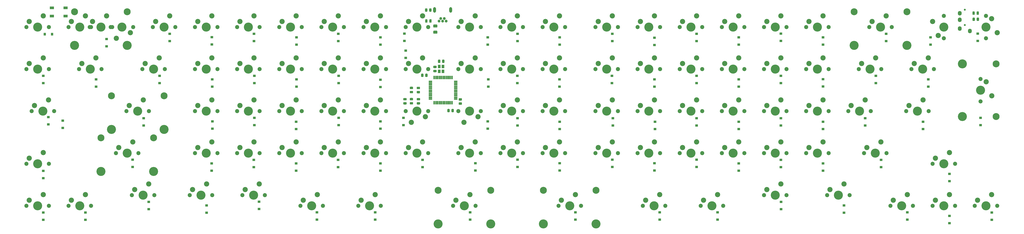
<source format=gbr>
%TF.GenerationSoftware,KiCad,Pcbnew,(5.1.6)-1*%
%TF.CreationDate,2020-07-09T10:41:52-04:00*%
%TF.ProjectId,railroad-keyboard-pcb-only,7261696c-726f-4616-942d-6b6579626f61,rev?*%
%TF.SameCoordinates,Original*%
%TF.FileFunction,Soldermask,Bot*%
%TF.FilePolarity,Negative*%
%FSLAX46Y46*%
G04 Gerber Fmt 4.6, Leading zero omitted, Abs format (unit mm)*
G04 Created by KiCad (PCBNEW (5.1.6)-1) date 2020-07-09 10:41:52*
%MOMM*%
%LPD*%
G01*
G04 APERTURE LIST*
%ADD10C,2.350000*%
%ADD11C,4.087800*%
%ADD12C,1.850000*%
%ADD13C,3.148000*%
%ADD14R,1.300000X1.000000*%
%ADD15O,1.700000X2.100000*%
%ADD16C,0.900000*%
%ADD17C,1.300000*%
%ADD18O,1.308000X2.516000*%
%ADD19R,1.900000X1.200000*%
%ADD20R,1.300000X1.500000*%
%ADD21R,0.650000X1.600000*%
%ADD22R,1.600000X0.650000*%
%ADD23R,1.000000X1.300000*%
G04 APERTURE END LIST*
D10*
%TO.C,MX9*%
X393065000Y-242570000D03*
D11*
X390525000Y-247650000D03*
D10*
X386715000Y-245110000D03*
D12*
X385445000Y-247650000D03*
X395605000Y-247650000D03*
D13*
X378618750Y-240665000D03*
X402431250Y-240665000D03*
D11*
X378618750Y-255905000D03*
X402431250Y-255905000D03*
%TD*%
D10*
%TO.C,MX500_alt2*%
X31115000Y-242570000D03*
D11*
X28575000Y-247650000D03*
D10*
X24765000Y-245110000D03*
D12*
X23495000Y-247650000D03*
X33655000Y-247650000D03*
%TD*%
D10*
%TO.C,MX100_alt1*%
X45085000Y-252730000D03*
D11*
X47625000Y-247650000D03*
D10*
X51435000Y-250190000D03*
D12*
X52705000Y-247650000D03*
X42545000Y-247650000D03*
%TD*%
D14*
%TO.C,D500*%
X20859750Y-290069000D03*
X20859750Y-293369000D03*
%TD*%
D15*
%TO.C,U2*%
X426325000Y-244328000D03*
D16*
X428625000Y-239728000D03*
X428625000Y-246728000D03*
D15*
X426325000Y-241328000D03*
X426325000Y-248328000D03*
X430925000Y-249428000D03*
%TD*%
D10*
%TO.C,MX104*%
X207327500Y-242570000D03*
D11*
X204787500Y-247650000D03*
D10*
X200977500Y-245110000D03*
D12*
X199707500Y-247650000D03*
X209867500Y-247650000D03*
%TD*%
D10*
%TO.C,MX100*%
X40640000Y-242570000D03*
D11*
X38100000Y-247650000D03*
D10*
X34290000Y-245110000D03*
D12*
X33020000Y-247650000D03*
X43180000Y-247650000D03*
D13*
X26193750Y-240665000D03*
X50006250Y-240665000D03*
D11*
X26193750Y-255905000D03*
X50006250Y-255905000D03*
%TD*%
%TO.C,R8*%
G36*
G01*
X433178000Y-243612750D02*
X433178000Y-244575250D01*
G75*
G02*
X432909250Y-244844000I-268750J0D01*
G01*
X432371750Y-244844000D01*
G75*
G02*
X432103000Y-244575250I0J268750D01*
G01*
X432103000Y-243612750D01*
G75*
G02*
X432371750Y-243344000I268750J0D01*
G01*
X432909250Y-243344000D01*
G75*
G02*
X433178000Y-243612750I0J-268750D01*
G01*
G37*
G36*
G01*
X435053000Y-243612750D02*
X435053000Y-244575250D01*
G75*
G02*
X434784250Y-244844000I-268750J0D01*
G01*
X434246750Y-244844000D01*
G75*
G02*
X433978000Y-244575250I0J268750D01*
G01*
X433978000Y-243612750D01*
G75*
G02*
X434246750Y-243344000I268750J0D01*
G01*
X434784250Y-243344000D01*
G75*
G02*
X435053000Y-243612750I0J-268750D01*
G01*
G37*
%TD*%
%TO.C,R7*%
G36*
G01*
X433129500Y-240818750D02*
X433129500Y-241781250D01*
G75*
G02*
X432860750Y-242050000I-268750J0D01*
G01*
X432323250Y-242050000D01*
G75*
G02*
X432054500Y-241781250I0J268750D01*
G01*
X432054500Y-240818750D01*
G75*
G02*
X432323250Y-240550000I268750J0D01*
G01*
X432860750Y-240550000D01*
G75*
G02*
X433129500Y-240818750I0J-268750D01*
G01*
G37*
G36*
G01*
X435004500Y-240818750D02*
X435004500Y-241781250D01*
G75*
G02*
X434735750Y-242050000I-268750J0D01*
G01*
X434198250Y-242050000D01*
G75*
G02*
X433929500Y-241781250I0J268750D01*
G01*
X433929500Y-240818750D01*
G75*
G02*
X434198250Y-240550000I268750J0D01*
G01*
X434735750Y-240550000D01*
G75*
G02*
X435004500Y-240818750I0J-268750D01*
G01*
G37*
%TD*%
%TO.C,R6*%
G36*
G01*
X195768250Y-285014750D02*
X195768250Y-285977250D01*
G75*
G02*
X195499500Y-286246000I-268750J0D01*
G01*
X194962000Y-286246000D01*
G75*
G02*
X194693250Y-285977250I0J268750D01*
G01*
X194693250Y-285014750D01*
G75*
G02*
X194962000Y-284746000I268750J0D01*
G01*
X195499500Y-284746000D01*
G75*
G02*
X195768250Y-285014750I0J-268750D01*
G01*
G37*
G36*
G01*
X197643250Y-285014750D02*
X197643250Y-285977250D01*
G75*
G02*
X197374500Y-286246000I-268750J0D01*
G01*
X196837000Y-286246000D01*
G75*
G02*
X196568250Y-285977250I0J268750D01*
G01*
X196568250Y-285014750D01*
G75*
G02*
X196837000Y-284746000I268750J0D01*
G01*
X197374500Y-284746000D01*
G75*
G02*
X197643250Y-285014750I0J-268750D01*
G01*
G37*
%TD*%
%TO.C,R5*%
G36*
G01*
X185735250Y-244374750D02*
X185735250Y-245337250D01*
G75*
G02*
X185466500Y-245606000I-268750J0D01*
G01*
X184929000Y-245606000D01*
G75*
G02*
X184660250Y-245337250I0J268750D01*
G01*
X184660250Y-244374750D01*
G75*
G02*
X184929000Y-244106000I268750J0D01*
G01*
X185466500Y-244106000D01*
G75*
G02*
X185735250Y-244374750I0J-268750D01*
G01*
G37*
G36*
G01*
X187610250Y-244374750D02*
X187610250Y-245337250D01*
G75*
G02*
X187341500Y-245606000I-268750J0D01*
G01*
X186804000Y-245606000D01*
G75*
G02*
X186535250Y-245337250I0J268750D01*
G01*
X186535250Y-244374750D01*
G75*
G02*
X186804000Y-244106000I268750J0D01*
G01*
X187341500Y-244106000D01*
G75*
G02*
X187610250Y-244374750I0J-268750D01*
G01*
G37*
%TD*%
D10*
%TO.C,MX508*%
X364490000Y-280670000D03*
D11*
X361950000Y-285750000D03*
D10*
X358140000Y-283210000D03*
D12*
X356870000Y-285750000D03*
X367030000Y-285750000D03*
%TD*%
D17*
%TO.C,J1*%
X190932000Y-244913000D03*
X192532000Y-244913000D03*
X194132000Y-244913000D03*
X191732000Y-243713000D03*
X193332000Y-243713000D03*
D18*
X196182000Y-239863000D03*
X188882000Y-239863000D03*
%TD*%
%TO.C,C8*%
G36*
G01*
X186486750Y-240384250D02*
X186486750Y-239421750D01*
G75*
G02*
X186755500Y-239153000I268750J0D01*
G01*
X187293000Y-239153000D01*
G75*
G02*
X187561750Y-239421750I0J-268750D01*
G01*
X187561750Y-240384250D01*
G75*
G02*
X187293000Y-240653000I-268750J0D01*
G01*
X186755500Y-240653000D01*
G75*
G02*
X186486750Y-240384250I0J268750D01*
G01*
G37*
G36*
G01*
X184611750Y-240384250D02*
X184611750Y-239421750D01*
G75*
G02*
X184880500Y-239153000I268750J0D01*
G01*
X185418000Y-239153000D01*
G75*
G02*
X185686750Y-239421750I0J-268750D01*
G01*
X185686750Y-240384250D01*
G75*
G02*
X185418000Y-240653000I-268750J0D01*
G01*
X184880500Y-240653000D01*
G75*
G02*
X184611750Y-240384250I0J268750D01*
G01*
G37*
%TD*%
%TO.C,C7*%
G36*
G01*
X176027000Y-280856500D02*
X175064500Y-280856500D01*
G75*
G02*
X174795750Y-280587750I0J268750D01*
G01*
X174795750Y-280050250D01*
G75*
G02*
X175064500Y-279781500I268750J0D01*
G01*
X176027000Y-279781500D01*
G75*
G02*
X176295750Y-280050250I0J-268750D01*
G01*
X176295750Y-280587750D01*
G75*
G02*
X176027000Y-280856500I-268750J0D01*
G01*
G37*
G36*
G01*
X176027000Y-282731500D02*
X175064500Y-282731500D01*
G75*
G02*
X174795750Y-282462750I0J268750D01*
G01*
X174795750Y-281925250D01*
G75*
G02*
X175064500Y-281656500I268750J0D01*
G01*
X176027000Y-281656500D01*
G75*
G02*
X176295750Y-281925250I0J-268750D01*
G01*
X176295750Y-282462750D01*
G75*
G02*
X176027000Y-282731500I-268750J0D01*
G01*
G37*
%TD*%
%TO.C,C6*%
G36*
G01*
X177985500Y-276546500D02*
X178948000Y-276546500D01*
G75*
G02*
X179216750Y-276815250I0J-268750D01*
G01*
X179216750Y-277352750D01*
G75*
G02*
X178948000Y-277621500I-268750J0D01*
G01*
X177985500Y-277621500D01*
G75*
G02*
X177716750Y-277352750I0J268750D01*
G01*
X177716750Y-276815250D01*
G75*
G02*
X177985500Y-276546500I268750J0D01*
G01*
G37*
G36*
G01*
X177985500Y-274671500D02*
X178948000Y-274671500D01*
G75*
G02*
X179216750Y-274940250I0J-268750D01*
G01*
X179216750Y-275477750D01*
G75*
G02*
X178948000Y-275746500I-268750J0D01*
G01*
X177985500Y-275746500D01*
G75*
G02*
X177716750Y-275477750I0J268750D01*
G01*
X177716750Y-274940250D01*
G75*
G02*
X177985500Y-274671500I268750J0D01*
G01*
G37*
%TD*%
%TO.C,C5*%
G36*
G01*
X182123000Y-280856500D02*
X181160500Y-280856500D01*
G75*
G02*
X180891750Y-280587750I0J268750D01*
G01*
X180891750Y-280050250D01*
G75*
G02*
X181160500Y-279781500I268750J0D01*
G01*
X182123000Y-279781500D01*
G75*
G02*
X182391750Y-280050250I0J-268750D01*
G01*
X182391750Y-280587750D01*
G75*
G02*
X182123000Y-280856500I-268750J0D01*
G01*
G37*
G36*
G01*
X182123000Y-282731500D02*
X181160500Y-282731500D01*
G75*
G02*
X180891750Y-282462750I0J268750D01*
G01*
X180891750Y-281925250D01*
G75*
G02*
X181160500Y-281656500I268750J0D01*
G01*
X182123000Y-281656500D01*
G75*
G02*
X182391750Y-281925250I0J-268750D01*
G01*
X182391750Y-282462750D01*
G75*
G02*
X182123000Y-282731500I-268750J0D01*
G01*
G37*
%TD*%
%TO.C,C4*%
G36*
G01*
X178948000Y-280826500D02*
X177985500Y-280826500D01*
G75*
G02*
X177716750Y-280557750I0J268750D01*
G01*
X177716750Y-280020250D01*
G75*
G02*
X177985500Y-279751500I268750J0D01*
G01*
X178948000Y-279751500D01*
G75*
G02*
X179216750Y-280020250I0J-268750D01*
G01*
X179216750Y-280557750D01*
G75*
G02*
X178948000Y-280826500I-268750J0D01*
G01*
G37*
G36*
G01*
X178948000Y-282701500D02*
X177985500Y-282701500D01*
G75*
G02*
X177716750Y-282432750I0J268750D01*
G01*
X177716750Y-281895250D01*
G75*
G02*
X177985500Y-281626500I268750J0D01*
G01*
X178948000Y-281626500D01*
G75*
G02*
X179216750Y-281895250I0J-268750D01*
G01*
X179216750Y-282432750D01*
G75*
G02*
X178948000Y-282701500I-268750J0D01*
G01*
G37*
%TD*%
%TO.C,C3*%
G36*
G01*
X181128750Y-276576500D02*
X182091250Y-276576500D01*
G75*
G02*
X182360000Y-276845250I0J-268750D01*
G01*
X182360000Y-277382750D01*
G75*
G02*
X182091250Y-277651500I-268750J0D01*
G01*
X181128750Y-277651500D01*
G75*
G02*
X180860000Y-277382750I0J268750D01*
G01*
X180860000Y-276845250D01*
G75*
G02*
X181128750Y-276576500I268750J0D01*
G01*
G37*
G36*
G01*
X181128750Y-274701500D02*
X182091250Y-274701500D01*
G75*
G02*
X182360000Y-274970250I0J-268750D01*
G01*
X182360000Y-275507750D01*
G75*
G02*
X182091250Y-275776500I-268750J0D01*
G01*
X181128750Y-275776500D01*
G75*
G02*
X180860000Y-275507750I0J268750D01*
G01*
X180860000Y-274970250D01*
G75*
G02*
X181128750Y-274701500I268750J0D01*
G01*
G37*
%TD*%
%TO.C,C2*%
G36*
G01*
X189584250Y-266221500D02*
X188621750Y-266221500D01*
G75*
G02*
X188353000Y-265952750I0J268750D01*
G01*
X188353000Y-265415250D01*
G75*
G02*
X188621750Y-265146500I268750J0D01*
G01*
X189584250Y-265146500D01*
G75*
G02*
X189853000Y-265415250I0J-268750D01*
G01*
X189853000Y-265952750D01*
G75*
G02*
X189584250Y-266221500I-268750J0D01*
G01*
G37*
G36*
G01*
X189584250Y-268096500D02*
X188621750Y-268096500D01*
G75*
G02*
X188353000Y-267827750I0J268750D01*
G01*
X188353000Y-267290250D01*
G75*
G02*
X188621750Y-267021500I268750J0D01*
G01*
X189584250Y-267021500D01*
G75*
G02*
X189853000Y-267290250I0J-268750D01*
G01*
X189853000Y-267827750D01*
G75*
G02*
X189584250Y-268096500I-268750J0D01*
G01*
G37*
%TD*%
%TO.C,C1*%
G36*
G01*
X191545500Y-262662750D02*
X191545500Y-263625250D01*
G75*
G02*
X191276750Y-263894000I-268750J0D01*
G01*
X190739250Y-263894000D01*
G75*
G02*
X190470500Y-263625250I0J268750D01*
G01*
X190470500Y-262662750D01*
G75*
G02*
X190739250Y-262394000I268750J0D01*
G01*
X191276750Y-262394000D01*
G75*
G02*
X191545500Y-262662750I0J-268750D01*
G01*
G37*
G36*
G01*
X193420500Y-262662750D02*
X193420500Y-263625250D01*
G75*
G02*
X193151750Y-263894000I-268750J0D01*
G01*
X192614250Y-263894000D01*
G75*
G02*
X192345500Y-263625250I0J268750D01*
G01*
X192345500Y-262662750D01*
G75*
G02*
X192614250Y-262394000I268750J0D01*
G01*
X193151750Y-262394000D01*
G75*
G02*
X193420500Y-262662750I0J-268750D01*
G01*
G37*
%TD*%
D11*
%TO.C,MX410*%
X427513750Y-264287000D03*
X427513750Y-288163000D03*
D13*
X442753750Y-264287000D03*
X442753750Y-288163000D03*
D12*
X435768750Y-281305000D03*
X435768750Y-271145000D03*
D10*
X438308750Y-272415000D03*
D11*
X435768750Y-276225000D03*
D10*
X440848750Y-278765000D03*
%TD*%
%TO.C,MX305*%
X245427500Y-261620000D03*
D11*
X242887500Y-266700000D03*
D10*
X239077500Y-264160000D03*
D12*
X237807500Y-266700000D03*
X247967500Y-266700000D03*
%TD*%
D10*
%TO.C,MX306*%
X288290000Y-261620000D03*
D11*
X285750000Y-266700000D03*
D10*
X281940000Y-264160000D03*
D12*
X280670000Y-266700000D03*
X290830000Y-266700000D03*
%TD*%
D10*
%TO.C,MX808*%
X345440000Y-318770000D03*
D11*
X342900000Y-323850000D03*
D10*
X339090000Y-321310000D03*
D12*
X337820000Y-323850000D03*
X347980000Y-323850000D03*
%TD*%
D10*
%TO.C,MX102*%
X126365000Y-242570000D03*
D11*
X123825000Y-247650000D03*
D10*
X120015000Y-245110000D03*
D12*
X118745000Y-247650000D03*
X128905000Y-247650000D03*
%TD*%
D10*
%TO.C,MX801*%
X59690000Y-318770000D03*
D11*
X57150000Y-323850000D03*
D10*
X53340000Y-321310000D03*
D12*
X52070000Y-323850000D03*
X62230000Y-323850000D03*
%TD*%
D10*
%TO.C,MX601*%
X52546250Y-299720000D03*
D11*
X50006250Y-304800000D03*
D10*
X46196250Y-302260000D03*
D12*
X44926250Y-304800000D03*
X55086250Y-304800000D03*
D13*
X38100000Y-297815000D03*
X61912500Y-297815000D03*
D11*
X38100000Y-313055000D03*
X61912500Y-313055000D03*
%TD*%
D10*
%TO.C,MX904*%
X204946250Y-323532500D03*
D11*
X202406250Y-328612500D03*
D10*
X198596250Y-326072500D03*
D12*
X197326250Y-328612500D03*
X207486250Y-328612500D03*
D13*
X190500000Y-321627500D03*
X214312500Y-321627500D03*
D11*
X190500000Y-336867500D03*
X214312500Y-336867500D03*
%TD*%
D10*
%TO.C,MX906*%
X290671250Y-323532500D03*
D11*
X288131250Y-328612500D03*
D10*
X284321250Y-326072500D03*
D12*
X283051250Y-328612500D03*
X293211250Y-328612500D03*
%TD*%
D10*
%TO.C,MX903*%
X162083750Y-323532500D03*
D11*
X159543750Y-328612500D03*
D10*
X155733750Y-326072500D03*
D12*
X154463750Y-328612500D03*
X164623750Y-328612500D03*
%TD*%
D10*
%TO.C,MX609*%
X390683750Y-299720000D03*
D11*
X388143750Y-304800000D03*
D10*
X384333750Y-302260000D03*
D12*
X383063750Y-304800000D03*
X393223750Y-304800000D03*
%TD*%
D10*
%TO.C,MX509*%
X409733750Y-280670000D03*
D11*
X407193750Y-285750000D03*
D10*
X403383750Y-283210000D03*
D12*
X402113750Y-285750000D03*
X412273750Y-285750000D03*
%TD*%
D10*
%TO.C,MX400*%
X14446250Y-280670000D03*
D11*
X11906250Y-285750000D03*
D10*
X8096250Y-283210000D03*
D12*
X6826250Y-285750000D03*
X16986250Y-285750000D03*
%TD*%
D10*
%TO.C,MX901*%
X85883750Y-318770000D03*
D11*
X83343750Y-323850000D03*
D10*
X79533750Y-321310000D03*
D12*
X78263750Y-323850000D03*
X88423750Y-323850000D03*
%TD*%
D10*
%TO.C,MX802*%
X109696250Y-318770000D03*
D11*
X107156250Y-323850000D03*
D10*
X103346250Y-321310000D03*
D12*
X102076250Y-323850000D03*
X112236250Y-323850000D03*
%TD*%
D10*
%TO.C,MX908*%
X374015000Y-318770000D03*
D11*
X371475000Y-323850000D03*
D10*
X367665000Y-321310000D03*
D12*
X366395000Y-323850000D03*
X376555000Y-323850000D03*
%TD*%
D10*
%TO.C,MX300*%
X35877500Y-261620000D03*
D11*
X33337500Y-266700000D03*
D10*
X29527500Y-264160000D03*
D12*
X28257500Y-266700000D03*
X38417500Y-266700000D03*
%TD*%
D10*
%TO.C,MX209*%
X388302500Y-261620000D03*
D11*
X385762500Y-266700000D03*
D10*
X381952500Y-264160000D03*
D12*
X380682500Y-266700000D03*
X390842500Y-266700000D03*
%TD*%
D10*
%TO.C,MX201*%
X64452500Y-261620000D03*
D11*
X61912500Y-266700000D03*
D10*
X58102500Y-264160000D03*
D12*
X56832500Y-266700000D03*
X66992500Y-266700000D03*
%TD*%
D10*
%TO.C,MX905*%
X252571250Y-323532500D03*
D11*
X250031250Y-328612500D03*
D10*
X246221250Y-326072500D03*
D12*
X244951250Y-328612500D03*
X255111250Y-328612500D03*
D13*
X238125000Y-321627500D03*
X261937500Y-321627500D03*
D11*
X238125000Y-336867500D03*
X261937500Y-336867500D03*
%TD*%
D10*
%TO.C,MX401*%
X57308750Y-280670000D03*
D11*
X54768750Y-285750000D03*
D10*
X50958750Y-283210000D03*
D12*
X49688750Y-285750000D03*
X59848750Y-285750000D03*
D13*
X42862500Y-278765000D03*
X66675000Y-278765000D03*
D11*
X42862500Y-294005000D03*
X66675000Y-294005000D03*
%TD*%
D10*
%TO.C,MX602*%
X107315000Y-299720000D03*
D11*
X104775000Y-304800000D03*
D10*
X100965000Y-302260000D03*
D12*
X99695000Y-304800000D03*
X109855000Y-304800000D03*
%TD*%
D10*
%TO.C,MX702*%
X126365000Y-299720000D03*
D11*
X123825000Y-304800000D03*
D10*
X120015000Y-302260000D03*
D12*
X118745000Y-304800000D03*
X128905000Y-304800000D03*
%TD*%
D10*
%TO.C,MX502*%
X126365000Y-280670000D03*
D11*
X123825000Y-285750000D03*
D10*
X120015000Y-283210000D03*
D12*
X118745000Y-285750000D03*
X128905000Y-285750000D03*
%TD*%
D10*
%TO.C,MX909*%
X421640000Y-323532500D03*
D11*
X419100000Y-328612500D03*
D10*
X415290000Y-326072500D03*
D12*
X414020000Y-328612500D03*
X424180000Y-328612500D03*
%TD*%
D10*
%TO.C,MX907*%
X316865000Y-323532500D03*
D11*
X314325000Y-328612500D03*
D10*
X310515000Y-326072500D03*
D12*
X309245000Y-328612500D03*
X319405000Y-328612500D03*
%TD*%
D10*
%TO.C,MX902*%
X135890000Y-323532500D03*
D11*
X133350000Y-328612500D03*
D10*
X129540000Y-326072500D03*
D12*
X128270000Y-328612500D03*
X138430000Y-328612500D03*
%TD*%
D10*
%TO.C,MX900*%
X31115000Y-323532500D03*
D11*
X28575000Y-328612500D03*
D10*
X24765000Y-326072500D03*
D12*
X23495000Y-328612500D03*
X33655000Y-328612500D03*
%TD*%
D10*
%TO.C,MX810*%
X440690000Y-323532500D03*
D11*
X438150000Y-328612500D03*
D10*
X434340000Y-326072500D03*
D12*
X433070000Y-328612500D03*
X443230000Y-328612500D03*
%TD*%
D10*
%TO.C,MX809*%
X402590000Y-323532500D03*
D11*
X400050000Y-328612500D03*
D10*
X396240000Y-326072500D03*
D12*
X394970000Y-328612500D03*
X405130000Y-328612500D03*
%TD*%
D10*
%TO.C,MX800*%
X12065000Y-323532500D03*
D11*
X9525000Y-328612500D03*
D10*
X5715000Y-326072500D03*
D12*
X4445000Y-328612500D03*
X14605000Y-328612500D03*
%TD*%
D10*
%TO.C,MX709*%
X421640000Y-304482500D03*
D11*
X419100000Y-309562500D03*
D10*
X415290000Y-307022500D03*
D12*
X414020000Y-309562500D03*
X424180000Y-309562500D03*
%TD*%
D10*
%TO.C,MX708*%
X364490000Y-299720000D03*
D11*
X361950000Y-304800000D03*
D10*
X358140000Y-302260000D03*
D12*
X356870000Y-304800000D03*
X367030000Y-304800000D03*
%TD*%
D10*
%TO.C,MX707*%
X326390000Y-299720000D03*
D11*
X323850000Y-304800000D03*
D10*
X320040000Y-302260000D03*
D12*
X318770000Y-304800000D03*
X328930000Y-304800000D03*
%TD*%
D10*
%TO.C,MX706*%
X288290000Y-299720000D03*
D11*
X285750000Y-304800000D03*
D10*
X281940000Y-302260000D03*
D12*
X280670000Y-304800000D03*
X290830000Y-304800000D03*
%TD*%
D10*
%TO.C,MX705*%
X245427500Y-299720000D03*
D11*
X242887500Y-304800000D03*
D10*
X239077500Y-302260000D03*
D12*
X237807500Y-304800000D03*
X247967500Y-304800000D03*
%TD*%
D10*
%TO.C,MX704*%
X207327500Y-299720000D03*
D11*
X204787500Y-304800000D03*
D10*
X200977500Y-302260000D03*
D12*
X199707500Y-304800000D03*
X209867500Y-304800000D03*
%TD*%
D10*
%TO.C,MX703*%
X164465000Y-299720000D03*
D11*
X161925000Y-304800000D03*
D10*
X158115000Y-302260000D03*
D12*
X156845000Y-304800000D03*
X167005000Y-304800000D03*
%TD*%
D10*
%TO.C,MX701*%
X88265000Y-299720000D03*
D11*
X85725000Y-304800000D03*
D10*
X81915000Y-302260000D03*
D12*
X80645000Y-304800000D03*
X90805000Y-304800000D03*
%TD*%
D10*
%TO.C,MX608*%
X345440000Y-299720000D03*
D11*
X342900000Y-304800000D03*
D10*
X339090000Y-302260000D03*
D12*
X337820000Y-304800000D03*
X347980000Y-304800000D03*
%TD*%
D10*
%TO.C,MX607*%
X307340000Y-299720000D03*
D11*
X304800000Y-304800000D03*
D10*
X300990000Y-302260000D03*
D12*
X299720000Y-304800000D03*
X309880000Y-304800000D03*
%TD*%
D10*
%TO.C,MX606*%
X269240000Y-299720000D03*
D11*
X266700000Y-304800000D03*
D10*
X262890000Y-302260000D03*
D12*
X261620000Y-304800000D03*
X271780000Y-304800000D03*
%TD*%
D10*
%TO.C,MX605*%
X226377500Y-299720000D03*
D11*
X223837500Y-304800000D03*
D10*
X220027500Y-302260000D03*
D12*
X218757500Y-304800000D03*
X228917500Y-304800000D03*
%TD*%
D10*
%TO.C,MX604*%
X183515000Y-299720000D03*
D11*
X180975000Y-304800000D03*
D10*
X177165000Y-302260000D03*
D12*
X175895000Y-304800000D03*
X186055000Y-304800000D03*
%TD*%
D10*
%TO.C,MX603*%
X145415000Y-299720000D03*
D11*
X142875000Y-304800000D03*
D10*
X139065000Y-302260000D03*
D12*
X137795000Y-304800000D03*
X147955000Y-304800000D03*
%TD*%
D10*
%TO.C,MX600*%
X12065000Y-304482500D03*
D11*
X9525000Y-309562500D03*
D10*
X5715000Y-307022500D03*
D12*
X4445000Y-309562500D03*
X14605000Y-309562500D03*
%TD*%
D10*
%TO.C,MX507*%
X326390000Y-280670000D03*
D11*
X323850000Y-285750000D03*
D10*
X320040000Y-283210000D03*
D12*
X318770000Y-285750000D03*
X328930000Y-285750000D03*
%TD*%
D10*
%TO.C,MX506*%
X288290000Y-280670000D03*
D11*
X285750000Y-285750000D03*
D10*
X281940000Y-283210000D03*
D12*
X280670000Y-285750000D03*
X290830000Y-285750000D03*
%TD*%
D10*
%TO.C,MX505*%
X245427500Y-280670000D03*
D11*
X242887500Y-285750000D03*
D10*
X239077500Y-283210000D03*
D12*
X237807500Y-285750000D03*
X247967500Y-285750000D03*
%TD*%
D10*
%TO.C,MX504*%
X202247500Y-290830000D03*
D11*
X204787500Y-285750000D03*
D10*
X208597500Y-288290000D03*
D12*
X209867500Y-285750000D03*
X199707500Y-285750000D03*
%TD*%
D10*
%TO.C,MX503*%
X164465000Y-280670000D03*
D11*
X161925000Y-285750000D03*
D10*
X158115000Y-283210000D03*
D12*
X156845000Y-285750000D03*
X167005000Y-285750000D03*
%TD*%
D10*
%TO.C,MX501*%
X88265000Y-280670000D03*
D11*
X85725000Y-285750000D03*
D10*
X81915000Y-283210000D03*
D12*
X80645000Y-285750000D03*
X90805000Y-285750000D03*
%TD*%
D10*
%TO.C,MX409*%
X383540000Y-280670000D03*
D11*
X381000000Y-285750000D03*
D10*
X377190000Y-283210000D03*
D12*
X375920000Y-285750000D03*
X386080000Y-285750000D03*
%TD*%
D10*
%TO.C,MX408*%
X345440000Y-280670000D03*
D11*
X342900000Y-285750000D03*
D10*
X339090000Y-283210000D03*
D12*
X337820000Y-285750000D03*
X347980000Y-285750000D03*
%TD*%
D10*
%TO.C,MX407*%
X307340000Y-280670000D03*
D11*
X304800000Y-285750000D03*
D10*
X300990000Y-283210000D03*
D12*
X299720000Y-285750000D03*
X309880000Y-285750000D03*
%TD*%
D10*
%TO.C,MX406*%
X269240000Y-280670000D03*
D11*
X266700000Y-285750000D03*
D10*
X262890000Y-283210000D03*
D12*
X261620000Y-285750000D03*
X271780000Y-285750000D03*
%TD*%
D10*
%TO.C,MX405*%
X226377500Y-280670000D03*
D11*
X223837500Y-285750000D03*
D10*
X220027500Y-283210000D03*
D12*
X218757500Y-285750000D03*
X228917500Y-285750000D03*
%TD*%
D10*
%TO.C,MX404*%
X178435000Y-290830000D03*
D11*
X180975000Y-285750000D03*
D10*
X184785000Y-288290000D03*
D12*
X186055000Y-285750000D03*
X175895000Y-285750000D03*
%TD*%
D10*
%TO.C,MX403*%
X145415000Y-280670000D03*
D11*
X142875000Y-285750000D03*
D10*
X139065000Y-283210000D03*
D12*
X137795000Y-285750000D03*
X147955000Y-285750000D03*
%TD*%
D10*
%TO.C,MX402*%
X107315000Y-280670000D03*
D11*
X104775000Y-285750000D03*
D10*
X100965000Y-283210000D03*
D12*
X99695000Y-285750000D03*
X109855000Y-285750000D03*
%TD*%
D10*
%TO.C,MX309*%
X412115000Y-261620000D03*
D11*
X409575000Y-266700000D03*
D10*
X405765000Y-264160000D03*
D12*
X404495000Y-266700000D03*
X414655000Y-266700000D03*
%TD*%
D10*
%TO.C,MX307*%
X326390000Y-261620000D03*
D11*
X323850000Y-266700000D03*
D10*
X320040000Y-264160000D03*
D12*
X318770000Y-266700000D03*
X328930000Y-266700000D03*
%TD*%
D10*
%TO.C,MX304*%
X207327500Y-261620000D03*
D11*
X204787500Y-266700000D03*
D10*
X200977500Y-264160000D03*
D12*
X199707500Y-266700000D03*
X209867500Y-266700000D03*
%TD*%
D10*
%TO.C,MX303*%
X164465000Y-261620000D03*
D11*
X161925000Y-266700000D03*
D10*
X158115000Y-264160000D03*
D12*
X156845000Y-266700000D03*
X167005000Y-266700000D03*
%TD*%
D10*
%TO.C,MX302*%
X126365000Y-261620000D03*
D11*
X123825000Y-266700000D03*
D10*
X120015000Y-264160000D03*
D12*
X118745000Y-266700000D03*
X128905000Y-266700000D03*
%TD*%
D10*
%TO.C,MX301*%
X88265000Y-261620000D03*
D11*
X85725000Y-266700000D03*
D10*
X81915000Y-264160000D03*
D12*
X80645000Y-266700000D03*
X90805000Y-266700000D03*
%TD*%
D10*
%TO.C,MX208*%
X345440000Y-261620000D03*
D11*
X342900000Y-266700000D03*
D10*
X339090000Y-264160000D03*
D12*
X337820000Y-266700000D03*
X347980000Y-266700000D03*
%TD*%
D10*
%TO.C,MX207*%
X307340000Y-261620000D03*
D11*
X304800000Y-266700000D03*
D10*
X300990000Y-264160000D03*
D12*
X299720000Y-266700000D03*
X309880000Y-266700000D03*
%TD*%
D10*
%TO.C,MX206*%
X269240000Y-261620000D03*
D11*
X266700000Y-266700000D03*
D10*
X262890000Y-264160000D03*
D12*
X261620000Y-266700000D03*
X271780000Y-266700000D03*
%TD*%
D10*
%TO.C,MX205*%
X226377500Y-261620000D03*
D11*
X223837500Y-266700000D03*
D10*
X220027500Y-264160000D03*
D12*
X218757500Y-266700000D03*
X228917500Y-266700000D03*
%TD*%
D10*
%TO.C,MX204*%
X183515000Y-261620000D03*
D11*
X180975000Y-266700000D03*
D10*
X177165000Y-264160000D03*
D12*
X175895000Y-266700000D03*
X186055000Y-266700000D03*
%TD*%
D10*
%TO.C,MX203*%
X145415000Y-261620000D03*
D11*
X142875000Y-266700000D03*
D10*
X139065000Y-264160000D03*
D12*
X137795000Y-266700000D03*
X147955000Y-266700000D03*
%TD*%
D10*
%TO.C,MX202*%
X107315000Y-261620000D03*
D11*
X104775000Y-266700000D03*
D10*
X100965000Y-264160000D03*
D12*
X99695000Y-266700000D03*
X109855000Y-266700000D03*
%TD*%
D10*
%TO.C,MX200*%
X12065000Y-261620000D03*
D11*
X9525000Y-266700000D03*
D10*
X5715000Y-264160000D03*
D12*
X4445000Y-266700000D03*
X14605000Y-266700000D03*
%TD*%
D10*
%TO.C,MX109*%
X414020000Y-245110000D03*
D11*
X419100000Y-247650000D03*
D10*
X416560000Y-251460000D03*
D12*
X419100000Y-252730000D03*
X419100000Y-242570000D03*
%TD*%
D10*
%TO.C,MX108*%
X364490000Y-242570000D03*
D11*
X361950000Y-247650000D03*
D10*
X358140000Y-245110000D03*
D12*
X356870000Y-247650000D03*
X367030000Y-247650000D03*
%TD*%
D10*
%TO.C,MX107*%
X326390000Y-242570000D03*
D11*
X323850000Y-247650000D03*
D10*
X320040000Y-245110000D03*
D12*
X318770000Y-247650000D03*
X328930000Y-247650000D03*
%TD*%
D10*
%TO.C,MX106*%
X288290000Y-242570000D03*
D11*
X285750000Y-247650000D03*
D10*
X281940000Y-245110000D03*
D12*
X280670000Y-247650000D03*
X290830000Y-247650000D03*
%TD*%
D10*
%TO.C,MX105*%
X245427500Y-242570000D03*
D11*
X242887500Y-247650000D03*
D10*
X239077500Y-245110000D03*
D12*
X237807500Y-247650000D03*
X247967500Y-247650000D03*
%TD*%
D10*
%TO.C,MX103*%
X164465000Y-242570000D03*
D11*
X161925000Y-247650000D03*
D10*
X158115000Y-245110000D03*
D12*
X156845000Y-247650000D03*
X167005000Y-247650000D03*
%TD*%
D10*
%TO.C,MX101*%
X88265000Y-242570000D03*
D11*
X85725000Y-247650000D03*
D10*
X81915000Y-245110000D03*
D12*
X80645000Y-247650000D03*
X90805000Y-247650000D03*
%TD*%
D10*
%TO.C,MX10*%
X443230000Y-250190000D03*
D11*
X438150000Y-247650000D03*
D10*
X440690000Y-243840000D03*
D12*
X438150000Y-242570000D03*
X438150000Y-252730000D03*
%TD*%
D10*
%TO.C,MX8*%
X345440000Y-242570000D03*
D11*
X342900000Y-247650000D03*
D10*
X339090000Y-245110000D03*
D12*
X337820000Y-247650000D03*
X347980000Y-247650000D03*
%TD*%
D10*
%TO.C,MX7*%
X307340000Y-242570000D03*
D11*
X304800000Y-247650000D03*
D10*
X300990000Y-245110000D03*
D12*
X299720000Y-247650000D03*
X309880000Y-247650000D03*
%TD*%
D10*
%TO.C,MX6*%
X269240000Y-242570000D03*
D11*
X266700000Y-247650000D03*
D10*
X262890000Y-245110000D03*
D12*
X261620000Y-247650000D03*
X271780000Y-247650000D03*
%TD*%
D10*
%TO.C,MX5*%
X226377500Y-242570000D03*
D11*
X223837500Y-247650000D03*
D10*
X220027500Y-245110000D03*
D12*
X218757500Y-247650000D03*
X228917500Y-247650000D03*
%TD*%
D10*
%TO.C,MX4*%
X183515000Y-242570000D03*
D11*
X180975000Y-247650000D03*
D10*
X177165000Y-245110000D03*
D12*
X175895000Y-247650000D03*
X186055000Y-247650000D03*
%TD*%
D10*
%TO.C,MX3*%
X145415000Y-242570000D03*
D11*
X142875000Y-247650000D03*
D10*
X139065000Y-245110000D03*
D12*
X137795000Y-247650000D03*
X147955000Y-247650000D03*
%TD*%
D10*
%TO.C,MX2*%
X107315000Y-242570000D03*
D11*
X104775000Y-247650000D03*
D10*
X100965000Y-245110000D03*
D12*
X99695000Y-247650000D03*
X109855000Y-247650000D03*
%TD*%
D10*
%TO.C,MX1*%
X69215000Y-242570000D03*
D11*
X66675000Y-247650000D03*
D10*
X62865000Y-245110000D03*
D12*
X61595000Y-247650000D03*
X71755000Y-247650000D03*
%TD*%
D10*
%TO.C,MX0*%
X12065000Y-242570000D03*
D11*
X9525000Y-247650000D03*
D10*
X5715000Y-245110000D03*
D12*
X4445000Y-247650000D03*
X14605000Y-247650000D03*
%TD*%
D10*
%TO.C,MX308*%
X364490000Y-261620000D03*
D11*
X361950000Y-266700000D03*
D10*
X358140000Y-264160000D03*
D12*
X356870000Y-266700000D03*
X367030000Y-266700000D03*
%TD*%
%TO.C,F1*%
G36*
G01*
X189916750Y-247817000D02*
X188606750Y-247817000D01*
G75*
G02*
X188336750Y-247547000I0J270000D01*
G01*
X188336750Y-246737000D01*
G75*
G02*
X188606750Y-246467000I270000J0D01*
G01*
X189916750Y-246467000D01*
G75*
G02*
X190186750Y-246737000I0J-270000D01*
G01*
X190186750Y-247547000D01*
G75*
G02*
X189916750Y-247817000I-270000J0D01*
G01*
G37*
G36*
G01*
X189916750Y-250617000D02*
X188606750Y-250617000D01*
G75*
G02*
X188336750Y-250347000I0J270000D01*
G01*
X188336750Y-249537000D01*
G75*
G02*
X188606750Y-249267000I270000J0D01*
G01*
X189916750Y-249267000D01*
G75*
G02*
X190186750Y-249537000I0J-270000D01*
G01*
X190186750Y-250347000D01*
G75*
G02*
X189916750Y-250617000I-270000J0D01*
G01*
G37*
%TD*%
D19*
%TO.C,SW1*%
X15950000Y-238942000D03*
X22150000Y-242642000D03*
X15950000Y-242642000D03*
X22150000Y-238942000D03*
%TD*%
D20*
%TO.C,Y1*%
X191047000Y-265473000D03*
X191047000Y-267673000D03*
X192747000Y-267673000D03*
X192747000Y-265473000D03*
%TD*%
D21*
%TO.C,U1*%
X188786000Y-281925000D03*
X189586000Y-281925000D03*
X190386000Y-281925000D03*
X191186000Y-281925000D03*
X191986000Y-281925000D03*
X192786000Y-281925000D03*
X193586000Y-281925000D03*
X194386000Y-281925000D03*
X195186000Y-281925000D03*
X195986000Y-281925000D03*
X196786000Y-281925000D03*
D22*
X198486000Y-280225000D03*
X198486000Y-279425000D03*
X198486000Y-278625000D03*
X198486000Y-277825000D03*
X198486000Y-277025000D03*
X198486000Y-276225000D03*
X198486000Y-275425000D03*
X198486000Y-274625000D03*
X198486000Y-273825000D03*
X198486000Y-273025000D03*
X198486000Y-272225000D03*
D21*
X196786000Y-270525000D03*
X195986000Y-270525000D03*
X195186000Y-270525000D03*
X194386000Y-270525000D03*
X193586000Y-270525000D03*
X192786000Y-270525000D03*
X191986000Y-270525000D03*
X191186000Y-270525000D03*
X190386000Y-270525000D03*
X189586000Y-270525000D03*
X188786000Y-270525000D03*
D22*
X187086000Y-272225000D03*
X187086000Y-273025000D03*
X187086000Y-273825000D03*
X187086000Y-274625000D03*
X187086000Y-275425000D03*
X187086000Y-276225000D03*
X187086000Y-277025000D03*
X187086000Y-277825000D03*
X187086000Y-278625000D03*
X187086000Y-279425000D03*
X187086000Y-280225000D03*
%TD*%
%TO.C,R4*%
G36*
G01*
X201046000Y-280953500D02*
X200083500Y-280953500D01*
G75*
G02*
X199814750Y-280684750I0J268750D01*
G01*
X199814750Y-280147250D01*
G75*
G02*
X200083500Y-279878500I268750J0D01*
G01*
X201046000Y-279878500D01*
G75*
G02*
X201314750Y-280147250I0J-268750D01*
G01*
X201314750Y-280684750D01*
G75*
G02*
X201046000Y-280953500I-268750J0D01*
G01*
G37*
G36*
G01*
X201046000Y-282828500D02*
X200083500Y-282828500D01*
G75*
G02*
X199814750Y-282559750I0J268750D01*
G01*
X199814750Y-282022250D01*
G75*
G02*
X200083500Y-281753500I268750J0D01*
G01*
X201046000Y-281753500D01*
G75*
G02*
X201314750Y-282022250I0J-268750D01*
G01*
X201314750Y-282559750D01*
G75*
G02*
X201046000Y-282828500I-268750J0D01*
G01*
G37*
%TD*%
%TO.C,R1*%
G36*
G01*
X184708750Y-269975250D02*
X184708750Y-269012750D01*
G75*
G02*
X184977500Y-268744000I268750J0D01*
G01*
X185515000Y-268744000D01*
G75*
G02*
X185783750Y-269012750I0J-268750D01*
G01*
X185783750Y-269975250D01*
G75*
G02*
X185515000Y-270244000I-268750J0D01*
G01*
X184977500Y-270244000D01*
G75*
G02*
X184708750Y-269975250I0J268750D01*
G01*
G37*
G36*
G01*
X182833750Y-269975250D02*
X182833750Y-269012750D01*
G75*
G02*
X183102500Y-268744000I268750J0D01*
G01*
X183640000Y-268744000D01*
G75*
G02*
X183908750Y-269012750I0J-268750D01*
G01*
X183908750Y-269975250D01*
G75*
G02*
X183640000Y-270244000I-268750J0D01*
G01*
X183102500Y-270244000D01*
G75*
G02*
X182833750Y-269975250I0J268750D01*
G01*
G37*
%TD*%
D14*
%TO.C,D909*%
X421640000Y-333185500D03*
X421640000Y-336485500D03*
%TD*%
%TO.C,D908*%
X374015000Y-328487500D03*
X374015000Y-331787500D03*
%TD*%
%TO.C,D907*%
X316865000Y-331598000D03*
X316865000Y-334898000D03*
%TD*%
%TO.C,D906*%
X290703000Y-331598000D03*
X290703000Y-334898000D03*
%TD*%
%TO.C,D905*%
X252603000Y-331598000D03*
X252603000Y-334898000D03*
%TD*%
%TO.C,D904*%
X204978000Y-331598000D03*
X204978000Y-334898000D03*
%TD*%
%TO.C,D903*%
X162083750Y-331598000D03*
X162083750Y-334898000D03*
%TD*%
%TO.C,D902*%
X135794750Y-331597000D03*
X135794750Y-334897000D03*
%TD*%
%TO.C,D901*%
X85852000Y-328487500D03*
X85852000Y-331787500D03*
%TD*%
%TO.C,D900*%
X31115000Y-331724000D03*
X31115000Y-335024000D03*
%TD*%
%TO.C,D810*%
X440817000Y-331725000D03*
X440817000Y-335025000D03*
%TD*%
%TO.C,D809*%
X402590000Y-331598000D03*
X402590000Y-334898000D03*
%TD*%
%TO.C,D808*%
X345567000Y-326899000D03*
X345567000Y-330199000D03*
%TD*%
%TO.C,D802*%
X109632750Y-326771000D03*
X109632750Y-330071000D03*
%TD*%
%TO.C,D801*%
X59690000Y-326899000D03*
X59690000Y-330199000D03*
%TD*%
%TO.C,D800*%
X12065000Y-331725000D03*
X12065000Y-335025000D03*
%TD*%
%TO.C,D709*%
X421640000Y-314136500D03*
X421640000Y-317436500D03*
%TD*%
%TO.C,D708*%
X364490000Y-309436500D03*
X364490000Y-312736500D03*
%TD*%
%TO.C,D707*%
X326390000Y-309436500D03*
X326390000Y-312736500D03*
%TD*%
%TO.C,D706*%
X288290000Y-309309500D03*
X288290000Y-312609500D03*
%TD*%
%TO.C,D705*%
X245491000Y-309309500D03*
X245491000Y-312609500D03*
%TD*%
%TO.C,D704*%
X207391000Y-309309500D03*
X207391000Y-312609500D03*
%TD*%
%TO.C,D703*%
X164496750Y-309436500D03*
X164496750Y-312736500D03*
%TD*%
%TO.C,D702*%
X126396750Y-309436500D03*
X126396750Y-312736500D03*
%TD*%
%TO.C,D701*%
X88138000Y-309436500D03*
X88138000Y-312736500D03*
%TD*%
%TO.C,D609*%
X390779000Y-307849000D03*
X390779000Y-311149000D03*
%TD*%
%TO.C,D608*%
X345440000Y-307849000D03*
X345440000Y-311149000D03*
%TD*%
%TO.C,D607*%
X307340000Y-307722000D03*
X307340000Y-311022000D03*
%TD*%
%TO.C,D606*%
X269240000Y-307722000D03*
X269240000Y-311022000D03*
%TD*%
%TO.C,D605*%
X226441000Y-307722000D03*
X226441000Y-311022000D03*
%TD*%
%TO.C,D604*%
X183515000Y-307850000D03*
X183515000Y-311150000D03*
%TD*%
%TO.C,D603*%
X145288000Y-307849000D03*
X145288000Y-311149000D03*
%TD*%
%TO.C,D602*%
X107219750Y-307849000D03*
X107219750Y-311149000D03*
%TD*%
%TO.C,D601*%
X52451000Y-307722000D03*
X52451000Y-311022000D03*
%TD*%
%TO.C,D600*%
X12065000Y-312803000D03*
X12065000Y-316103000D03*
%TD*%
%TO.C,D509*%
X409702000Y-290512500D03*
X409702000Y-293812500D03*
%TD*%
%TO.C,D508*%
X364490000Y-290513500D03*
X364490000Y-293813500D03*
%TD*%
%TO.C,D507*%
X326390000Y-290513500D03*
X326390000Y-293813500D03*
%TD*%
%TO.C,D506*%
X288544000Y-290513500D03*
X288544000Y-293813500D03*
%TD*%
%TO.C,D505*%
X245491000Y-290513500D03*
X245491000Y-293813500D03*
%TD*%
%TO.C,D504*%
X212979000Y-290387500D03*
X212979000Y-293687500D03*
%TD*%
%TO.C,D503*%
X164465000Y-290386500D03*
X164465000Y-293686500D03*
%TD*%
%TO.C,D502*%
X126396750Y-290513500D03*
X126396750Y-293813500D03*
%TD*%
%TO.C,D501*%
X88519000Y-290386500D03*
X88519000Y-293686500D03*
%TD*%
%TO.C,D410*%
X435768750Y-288798000D03*
X435768750Y-292098000D03*
%TD*%
%TO.C,D409*%
X383540000Y-288926000D03*
X383540000Y-292226000D03*
%TD*%
%TO.C,D408*%
X345440000Y-288926000D03*
X345440000Y-292226000D03*
%TD*%
%TO.C,D407*%
X307340000Y-288926000D03*
X307340000Y-292226000D03*
%TD*%
%TO.C,D406*%
X269494000Y-288926000D03*
X269494000Y-292226000D03*
%TD*%
%TO.C,D405*%
X226441000Y-288926000D03*
X226441000Y-292226000D03*
%TD*%
%TO.C,D404*%
X174879000Y-288800000D03*
X174879000Y-292100000D03*
%TD*%
%TO.C,D403*%
X145542000Y-288799000D03*
X145542000Y-292099000D03*
%TD*%
%TO.C,D402*%
X107442000Y-288799000D03*
X107442000Y-292099000D03*
%TD*%
%TO.C,D401*%
X57404000Y-288927000D03*
X57404000Y-292227000D03*
%TD*%
%TO.C,D400*%
X14351000Y-288418000D03*
X14351000Y-291718000D03*
%TD*%
%TO.C,D309*%
X412115000Y-271336500D03*
X412115000Y-274636500D03*
%TD*%
%TO.C,D308*%
X364490000Y-271209500D03*
X364490000Y-274509500D03*
%TD*%
%TO.C,D307*%
X326390000Y-271336500D03*
X326390000Y-274636500D03*
%TD*%
%TO.C,D306*%
X288290000Y-271336500D03*
X288290000Y-274636500D03*
%TD*%
%TO.C,D305*%
X245364000Y-271336500D03*
X245364000Y-274636500D03*
%TD*%
%TO.C,D304*%
X213233000Y-271337500D03*
X213233000Y-274637500D03*
%TD*%
%TO.C,D303*%
X164465000Y-271464500D03*
X164465000Y-274764500D03*
%TD*%
%TO.C,D302*%
X126492000Y-271336500D03*
X126492000Y-274636500D03*
%TD*%
%TO.C,D301*%
X88392000Y-271336500D03*
X88392000Y-274636500D03*
%TD*%
%TO.C,D300*%
X35941000Y-271336500D03*
X35941000Y-274636500D03*
%TD*%
%TO.C,D209*%
X388366000Y-269749000D03*
X388366000Y-273049000D03*
%TD*%
%TO.C,D208*%
X345440000Y-269749000D03*
X345440000Y-273049000D03*
%TD*%
%TO.C,D207*%
X307340000Y-269749000D03*
X307340000Y-273049000D03*
%TD*%
%TO.C,D206*%
X269113000Y-269749000D03*
X269113000Y-273049000D03*
%TD*%
%TO.C,D205*%
X226314000Y-269749000D03*
X226314000Y-273049000D03*
%TD*%
%TO.C,D204*%
X175897000Y-261620000D03*
X175897000Y-258320000D03*
%TD*%
%TO.C,D203*%
X145542000Y-269749000D03*
X145542000Y-273049000D03*
%TD*%
%TO.C,D202*%
X107442000Y-269749000D03*
X107442000Y-273049000D03*
%TD*%
%TO.C,D201*%
X64643000Y-269749000D03*
X64643000Y-273049000D03*
%TD*%
%TO.C,D200*%
X12065000Y-269749000D03*
X12065000Y-273049000D03*
%TD*%
%TO.C,D109*%
X413131000Y-252285500D03*
X413131000Y-255585500D03*
%TD*%
%TO.C,D108*%
X364490000Y-252287500D03*
X364490000Y-255587500D03*
%TD*%
%TO.C,D107*%
X326390000Y-252285500D03*
X326390000Y-255585500D03*
%TD*%
%TO.C,D106*%
X288290000Y-252412500D03*
X288290000Y-255712500D03*
%TD*%
%TO.C,D105*%
X245491000Y-252285500D03*
X245491000Y-255585500D03*
%TD*%
%TO.C,D104*%
X212979000Y-252286500D03*
X212979000Y-255586500D03*
%TD*%
%TO.C,D103*%
X164465000Y-252287500D03*
X164465000Y-255587500D03*
%TD*%
%TO.C,D102*%
X126492000Y-252286500D03*
X126492000Y-255586500D03*
%TD*%
%TO.C,D101*%
X88265000Y-252159500D03*
X88265000Y-255459500D03*
%TD*%
%TO.C,D100*%
X40640000Y-253081250D03*
X40640000Y-256381250D03*
%TD*%
%TO.C,D10*%
X434467000Y-250572000D03*
X434467000Y-253872000D03*
%TD*%
%TO.C,D9*%
X393065000Y-250698000D03*
X393065000Y-253998000D03*
%TD*%
%TO.C,D8*%
X345440000Y-250571000D03*
X345440000Y-253871000D03*
%TD*%
%TO.C,D7*%
X307340000Y-250698000D03*
X307340000Y-253998000D03*
%TD*%
%TO.C,D6*%
X269240000Y-250699000D03*
X269240000Y-253999000D03*
%TD*%
%TO.C,D5*%
X226441000Y-250698000D03*
X226441000Y-253998000D03*
%TD*%
%TO.C,D4*%
X175260000Y-250573000D03*
X175260000Y-253873000D03*
%TD*%
%TO.C,D3*%
X145415000Y-250699000D03*
X145415000Y-253999000D03*
%TD*%
%TO.C,D2*%
X107315000Y-250699000D03*
X107315000Y-253999000D03*
%TD*%
%TO.C,D1*%
X69215000Y-250698000D03*
X69215000Y-253998000D03*
%TD*%
D23*
%TO.C,D0*%
X12700000Y-250825000D03*
X16000000Y-250825000D03*
%TD*%
M02*

</source>
